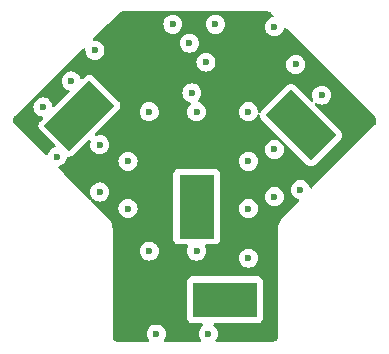
<source format=gbr>
%TF.GenerationSoftware,KiCad,Pcbnew,8.0.7*%
%TF.CreationDate,2025-04-20T00:49:31-04:00*%
%TF.ProjectId,1M_3F,314d5f33-462e-46b6-9963-61645f706362,rev?*%
%TF.SameCoordinates,Original*%
%TF.FileFunction,Copper,L2,Inr*%
%TF.FilePolarity,Positive*%
%FSLAX46Y46*%
G04 Gerber Fmt 4.6, Leading zero omitted, Abs format (unit mm)*
G04 Created by KiCad (PCBNEW 8.0.7) date 2025-04-20 00:49:31*
%MOMM*%
%LPD*%
G01*
G04 APERTURE LIST*
G04 Aperture macros list*
%AMRotRect*
0 Rectangle, with rotation*
0 The origin of the aperture is its center*
0 $1 length*
0 $2 width*
0 $3 Rotation angle, in degrees counterclockwise*
0 Add horizontal line*
21,1,$1,$2,0,0,$3*%
G04 Aperture macros list end*
%TA.AperFunction,ComponentPad*%
%ADD10RotRect,5.400000X3.000000X135.000000*%
%TD*%
%TA.AperFunction,ComponentPad*%
%ADD11RotRect,5.400000X3.000000X45.000000*%
%TD*%
%TA.AperFunction,ComponentPad*%
%ADD12RotRect,5.400000X3.000000X225.000000*%
%TD*%
%TA.AperFunction,ComponentPad*%
%ADD13R,3.000000X5.400000*%
%TD*%
%TA.AperFunction,ComponentPad*%
%ADD14R,5.400000X3.000000*%
%TD*%
%TA.AperFunction,ViaPad*%
%ADD15C,0.600000*%
%TD*%
G04 APERTURE END LIST*
D10*
%TO.N,Net-(J1-Pin_1)*%
%TO.C,J2*%
X95715927Y-38771573D03*
D11*
%TO.N,GND*%
X90686630Y-42934664D03*
%TD*%
D12*
%TO.N,Net-(J1-Pin_1)*%
%TO.C,J4*%
X105297227Y-38697227D03*
D10*
%TO.N,GND*%
X109460318Y-43726524D03*
%TD*%
D13*
%TO.N,Net-(J1-Pin_1)*%
%TO.C,J3*%
X96512500Y-57912500D03*
D14*
%TO.N,GND*%
X103012500Y-58525000D03*
%TD*%
%TO.N,Net-(J1-Pin_1)*%
%TO.C,J1*%
X100000000Y-45137500D03*
D13*
%TO.N,GND*%
X100612500Y-50637500D03*
%TD*%
D15*
%TO.N,GND*%
X111200000Y-41200000D03*
X100200000Y-41000000D03*
X92000000Y-37400000D03*
X100000000Y-36800000D03*
X88800000Y-46400000D03*
X107200000Y-49800000D03*
X94800000Y-46800000D03*
X97200000Y-61400000D03*
X98600000Y-35200000D03*
X87600000Y-42200000D03*
X105000000Y-42600000D03*
X109000000Y-38600000D03*
X107200000Y-35400000D03*
X100600000Y-42600000D03*
X101600000Y-61400000D03*
X105000000Y-50800000D03*
X105000000Y-55000000D03*
X100600000Y-54400000D03*
X101400000Y-38400000D03*
X90000000Y-40000000D03*
X96600000Y-54400000D03*
X102200000Y-35200000D03*
X92400000Y-45400000D03*
X109400000Y-49200000D03*
X105000000Y-46800000D03*
X96600000Y-42600000D03*
X107200000Y-45800000D03*
X92400000Y-49400000D03*
X94800000Y-50800000D03*
%TO.N,Net-(J1-Pin_1)*%
X98200000Y-36800000D03*
X110600000Y-39200000D03*
X102600000Y-54400000D03*
X90400000Y-47000000D03*
X94800000Y-44600000D03*
X90600000Y-38400000D03*
X95200000Y-61600000D03*
X94800000Y-42600000D03*
X92400000Y-47400000D03*
X105000000Y-52800000D03*
X103600000Y-61400000D03*
X94800000Y-48800000D03*
X98600000Y-54400000D03*
X96800000Y-35200000D03*
X98600000Y-42600000D03*
X110000000Y-47600000D03*
X99600000Y-61600000D03*
X105000000Y-44600000D03*
X100400000Y-35200000D03*
X94800000Y-52800000D03*
X102200000Y-41000000D03*
X99600000Y-38400000D03*
X102000000Y-36800000D03*
X102600000Y-42600000D03*
X105000000Y-48800000D03*
X93000000Y-36000000D03*
X107200000Y-47800000D03*
X98400000Y-41000000D03*
X88200000Y-40600000D03*
X112800000Y-41800000D03*
%TD*%
%TA.AperFunction,Conductor*%
%TO.N,Net-(J1-Pin_1)*%
G36*
X106519901Y-34100501D02*
G01*
X106579701Y-34100500D01*
X106591854Y-34101097D01*
X106600358Y-34101934D01*
X106671080Y-34108899D01*
X106694909Y-34113639D01*
X106765241Y-34134975D01*
X106787692Y-34144276D01*
X106852496Y-34178917D01*
X106872707Y-34192423D01*
X106934394Y-34243052D01*
X106943407Y-34251221D01*
X106945613Y-34253427D01*
X106945617Y-34253436D01*
X106945620Y-34253434D01*
X106991371Y-34299192D01*
X106991426Y-34299240D01*
X107095777Y-34403591D01*
X107129262Y-34464914D01*
X107124278Y-34534606D01*
X107082406Y-34590539D01*
X107027366Y-34612358D01*
X107027532Y-34613083D01*
X107022833Y-34614155D01*
X107021984Y-34614492D01*
X107020747Y-34614631D01*
X107020745Y-34614631D01*
X106850476Y-34674211D01*
X106697737Y-34770184D01*
X106570184Y-34897737D01*
X106474211Y-35050476D01*
X106414631Y-35220745D01*
X106414630Y-35220750D01*
X106394435Y-35399996D01*
X106394435Y-35400003D01*
X106414630Y-35579249D01*
X106414631Y-35579254D01*
X106474211Y-35749523D01*
X106524662Y-35829815D01*
X106570184Y-35902262D01*
X106697738Y-36029816D01*
X106850478Y-36125789D01*
X106977352Y-36170184D01*
X107020745Y-36185368D01*
X107020750Y-36185369D01*
X107199996Y-36205565D01*
X107200000Y-36205565D01*
X107200004Y-36205565D01*
X107379249Y-36185369D01*
X107379252Y-36185368D01*
X107379255Y-36185368D01*
X107549522Y-36125789D01*
X107702262Y-36029816D01*
X107829816Y-35902262D01*
X107925789Y-35749522D01*
X107985368Y-35579255D01*
X107985506Y-35578029D01*
X107985816Y-35577290D01*
X107986917Y-35572468D01*
X107987761Y-35572660D01*
X108012565Y-35513615D01*
X108070156Y-35474054D01*
X108139993Y-35471910D01*
X108196408Y-35504222D01*
X115688083Y-42995897D01*
X115697318Y-43006226D01*
X115708671Y-43020451D01*
X115753831Y-43077032D01*
X115768569Y-43100445D01*
X115782437Y-43129154D01*
X115804937Y-43175730D01*
X115814117Y-43201830D01*
X115832886Y-43283302D01*
X115836051Y-43310788D01*
X115836288Y-43394398D01*
X115833279Y-43421901D01*
X115814972Y-43503478D01*
X115805940Y-43529629D01*
X115770002Y-43605114D01*
X115755397Y-43628611D01*
X115699243Y-43699793D01*
X115690067Y-43710175D01*
X115645700Y-43755049D01*
X115645693Y-43755056D01*
X110391427Y-49069371D01*
X110330295Y-49103203D01*
X110260576Y-49098615D01*
X110204406Y-49057062D01*
X110186207Y-49023143D01*
X110125789Y-48850478D01*
X110029815Y-48697737D01*
X109902262Y-48570184D01*
X109749523Y-48474211D01*
X109579254Y-48414631D01*
X109579249Y-48414630D01*
X109400004Y-48394435D01*
X109399996Y-48394435D01*
X109220750Y-48414630D01*
X109220745Y-48414631D01*
X109050476Y-48474211D01*
X108897737Y-48570184D01*
X108770184Y-48697737D01*
X108674211Y-48850476D01*
X108614631Y-49020745D01*
X108614630Y-49020750D01*
X108594435Y-49199996D01*
X108594435Y-49200003D01*
X108614630Y-49379249D01*
X108614631Y-49379254D01*
X108674211Y-49549523D01*
X108770184Y-49702262D01*
X108897738Y-49829816D01*
X109050478Y-49925789D01*
X109168098Y-49966946D01*
X109227318Y-49987668D01*
X109226813Y-49989109D01*
X109280676Y-50019230D01*
X109313540Y-50080889D01*
X109307852Y-50150526D01*
X109280292Y-50193204D01*
X108503124Y-50979255D01*
X107934381Y-51554498D01*
X107922206Y-51566812D01*
X107922164Y-51566854D01*
X107864305Y-51625317D01*
X107864299Y-51625324D01*
X107746166Y-51780793D01*
X107746164Y-51780797D01*
X107649164Y-51950281D01*
X107649164Y-51950282D01*
X107574949Y-52130897D01*
X107524762Y-52319611D01*
X107524759Y-52319627D01*
X107499455Y-52513240D01*
X107499453Y-52513256D01*
X107499500Y-52610882D01*
X107499500Y-52610943D01*
X107499499Y-52686763D01*
X107499500Y-52686776D01*
X107499500Y-61593038D01*
X107498720Y-61606923D01*
X107488540Y-61697264D01*
X107482362Y-61724333D01*
X107454648Y-61803537D01*
X107442600Y-61828555D01*
X107397957Y-61899604D01*
X107380644Y-61921313D01*
X107321313Y-61980644D01*
X107299604Y-61997957D01*
X107228555Y-62042600D01*
X107203537Y-62054648D01*
X107124333Y-62082362D01*
X107097264Y-62088540D01*
X107017075Y-62097576D01*
X107006921Y-62098720D01*
X106993038Y-62099500D01*
X102330012Y-62099500D01*
X102262973Y-62079815D01*
X102217218Y-62027011D01*
X102207274Y-61957853D01*
X102228194Y-61909467D01*
X102226111Y-61908158D01*
X102276129Y-61828555D01*
X102325789Y-61749522D01*
X102385368Y-61579255D01*
X102405565Y-61400000D01*
X102385368Y-61220745D01*
X102325789Y-61050478D01*
X102229816Y-60897738D01*
X102102262Y-60770184D01*
X102102260Y-60770182D01*
X102077289Y-60754492D01*
X102030998Y-60702157D01*
X102020351Y-60633104D01*
X102048726Y-60569256D01*
X102107116Y-60530884D01*
X102143257Y-60525499D01*
X105760372Y-60525499D01*
X105819983Y-60519091D01*
X105954831Y-60468796D01*
X106070046Y-60382546D01*
X106156296Y-60267331D01*
X106206591Y-60132483D01*
X106213000Y-60072873D01*
X106212999Y-56977128D01*
X106206591Y-56917517D01*
X106156296Y-56782669D01*
X106156295Y-56782668D01*
X106156293Y-56782664D01*
X106070047Y-56667455D01*
X106070044Y-56667452D01*
X105954835Y-56581206D01*
X105954828Y-56581202D01*
X105819982Y-56530908D01*
X105819983Y-56530908D01*
X105760383Y-56524501D01*
X105760381Y-56524500D01*
X105760373Y-56524500D01*
X105760364Y-56524500D01*
X100264629Y-56524500D01*
X100264623Y-56524501D01*
X100205016Y-56530908D01*
X100070171Y-56581202D01*
X100070164Y-56581206D01*
X99954955Y-56667452D01*
X99954952Y-56667455D01*
X99868706Y-56782664D01*
X99868702Y-56782671D01*
X99818408Y-56917517D01*
X99812001Y-56977116D01*
X99812001Y-56977123D01*
X99812000Y-56977135D01*
X99812000Y-60072870D01*
X99812001Y-60072876D01*
X99818408Y-60132483D01*
X99868702Y-60267328D01*
X99868706Y-60267335D01*
X99954952Y-60382544D01*
X99954955Y-60382547D01*
X100070164Y-60468793D01*
X100070171Y-60468797D01*
X100205017Y-60519091D01*
X100205016Y-60519091D01*
X100211944Y-60519835D01*
X100264627Y-60525500D01*
X101056738Y-60525499D01*
X101123775Y-60545183D01*
X101169530Y-60597987D01*
X101179474Y-60667146D01*
X101150449Y-60730702D01*
X101122712Y-60754490D01*
X101097742Y-60770180D01*
X101097737Y-60770184D01*
X100970184Y-60897737D01*
X100874211Y-61050476D01*
X100814631Y-61220745D01*
X100814630Y-61220750D01*
X100794435Y-61399996D01*
X100794435Y-61400003D01*
X100814630Y-61579249D01*
X100814631Y-61579254D01*
X100874211Y-61749523D01*
X100973889Y-61908158D01*
X100971590Y-61909602D01*
X100993341Y-61962849D01*
X100980599Y-62031547D01*
X100932739Y-62082450D01*
X100869988Y-62099500D01*
X97930012Y-62099500D01*
X97862973Y-62079815D01*
X97817218Y-62027011D01*
X97807274Y-61957853D01*
X97828194Y-61909467D01*
X97826111Y-61908158D01*
X97876129Y-61828555D01*
X97925789Y-61749522D01*
X97985368Y-61579255D01*
X98005565Y-61400000D01*
X97985368Y-61220745D01*
X97925789Y-61050478D01*
X97829816Y-60897738D01*
X97702262Y-60770184D01*
X97702256Y-60770180D01*
X97549523Y-60674211D01*
X97379254Y-60614631D01*
X97379249Y-60614630D01*
X97200004Y-60594435D01*
X97199996Y-60594435D01*
X97020750Y-60614630D01*
X97020745Y-60614631D01*
X96850476Y-60674211D01*
X96697737Y-60770184D01*
X96570184Y-60897737D01*
X96474211Y-61050476D01*
X96414631Y-61220745D01*
X96414630Y-61220750D01*
X96394435Y-61399996D01*
X96394435Y-61400003D01*
X96414630Y-61579249D01*
X96414631Y-61579254D01*
X96474211Y-61749523D01*
X96573889Y-61908158D01*
X96571590Y-61909602D01*
X96593341Y-61962849D01*
X96580599Y-62031547D01*
X96532739Y-62082450D01*
X96469988Y-62099500D01*
X94006962Y-62099500D01*
X93993078Y-62098720D01*
X93980553Y-62097308D01*
X93902735Y-62088540D01*
X93875666Y-62082362D01*
X93796462Y-62054648D01*
X93771444Y-62042600D01*
X93700395Y-61997957D01*
X93678686Y-61980644D01*
X93619355Y-61921313D01*
X93602042Y-61899604D01*
X93557399Y-61828555D01*
X93545351Y-61803537D01*
X93517637Y-61724333D01*
X93511459Y-61697263D01*
X93501280Y-61606922D01*
X93500500Y-61593038D01*
X93500500Y-54399996D01*
X95794435Y-54399996D01*
X95794435Y-54400003D01*
X95814630Y-54579249D01*
X95814631Y-54579254D01*
X95874211Y-54749523D01*
X95970184Y-54902262D01*
X96097738Y-55029816D01*
X96250478Y-55125789D01*
X96403258Y-55179249D01*
X96420745Y-55185368D01*
X96420750Y-55185369D01*
X96599996Y-55205565D01*
X96600000Y-55205565D01*
X96600004Y-55205565D01*
X96779249Y-55185369D01*
X96779252Y-55185368D01*
X96779255Y-55185368D01*
X96949522Y-55125789D01*
X97102262Y-55029816D01*
X97229816Y-54902262D01*
X97325789Y-54749522D01*
X97385368Y-54579255D01*
X97405565Y-54400000D01*
X97391392Y-54274211D01*
X97385369Y-54220750D01*
X97385368Y-54220745D01*
X97325788Y-54050476D01*
X97269400Y-53960735D01*
X97229816Y-53897738D01*
X97102262Y-53770184D01*
X96949523Y-53674211D01*
X96779254Y-53614631D01*
X96779249Y-53614630D01*
X96600004Y-53594435D01*
X96599996Y-53594435D01*
X96420750Y-53614630D01*
X96420745Y-53614631D01*
X96250476Y-53674211D01*
X96097737Y-53770184D01*
X95970184Y-53897737D01*
X95874211Y-54050476D01*
X95814631Y-54220745D01*
X95814630Y-54220750D01*
X95794435Y-54399996D01*
X93500500Y-54399996D01*
X93500500Y-52543391D01*
X93500509Y-52514603D01*
X93475027Y-52320266D01*
X93424483Y-52130895D01*
X93349735Y-51949707D01*
X93252055Y-51779782D01*
X93252054Y-51779781D01*
X93252052Y-51779777D01*
X93134101Y-51625317D01*
X93133100Y-51624006D01*
X93063982Y-51554532D01*
X93063985Y-51554528D01*
X93063952Y-51554502D01*
X93058724Y-51549244D01*
X93058713Y-51549232D01*
X92313674Y-50799996D01*
X93994435Y-50799996D01*
X93994435Y-50800003D01*
X94014630Y-50979249D01*
X94014631Y-50979254D01*
X94074211Y-51149523D01*
X94170184Y-51302262D01*
X94297738Y-51429816D01*
X94450478Y-51525789D01*
X94532621Y-51554532D01*
X94620745Y-51585368D01*
X94620750Y-51585369D01*
X94799996Y-51605565D01*
X94800000Y-51605565D01*
X94800004Y-51605565D01*
X94979249Y-51585369D01*
X94979252Y-51585368D01*
X94979255Y-51585368D01*
X95149522Y-51525789D01*
X95302262Y-51429816D01*
X95429816Y-51302262D01*
X95525789Y-51149522D01*
X95585368Y-50979255D01*
X95605565Y-50800000D01*
X95585368Y-50620745D01*
X95525789Y-50450478D01*
X95429816Y-50297738D01*
X95302262Y-50170184D01*
X95231608Y-50125789D01*
X95149523Y-50074211D01*
X94979254Y-50014631D01*
X94979249Y-50014630D01*
X94800004Y-49994435D01*
X94799996Y-49994435D01*
X94620750Y-50014630D01*
X94620745Y-50014631D01*
X94450476Y-50074211D01*
X94297737Y-50170184D01*
X94170184Y-50297737D01*
X94074211Y-50450476D01*
X94014631Y-50620745D01*
X94014630Y-50620750D01*
X93994435Y-50799996D01*
X92313674Y-50799996D01*
X91688812Y-50171614D01*
X91655499Y-50110197D01*
X91656159Y-50101317D01*
X91604088Y-50083690D01*
X91587401Y-50069632D01*
X91537281Y-50019230D01*
X90921516Y-49399996D01*
X91594435Y-49399996D01*
X91594435Y-49400003D01*
X91614630Y-49579249D01*
X91614631Y-49579254D01*
X91674211Y-49749523D01*
X91770187Y-49902266D01*
X91772276Y-49904886D01*
X91773097Y-49906898D01*
X91773889Y-49908158D01*
X91773668Y-49908296D01*
X91797611Y-49966946D01*
X91836471Y-49975514D01*
X91864420Y-49996498D01*
X91897738Y-50029816D01*
X92050478Y-50125789D01*
X92220745Y-50185368D01*
X92220750Y-50185369D01*
X92399996Y-50205565D01*
X92400000Y-50205565D01*
X92400004Y-50205565D01*
X92579249Y-50185369D01*
X92579252Y-50185368D01*
X92579255Y-50185368D01*
X92749522Y-50125789D01*
X92902262Y-50029816D01*
X93029816Y-49902262D01*
X93125789Y-49749522D01*
X93185368Y-49579255D01*
X93205565Y-49400000D01*
X93190324Y-49264735D01*
X93185369Y-49220750D01*
X93185368Y-49220745D01*
X93142633Y-49098615D01*
X93125789Y-49050478D01*
X93107106Y-49020745D01*
X93029815Y-48897737D01*
X92902262Y-48770184D01*
X92749523Y-48674211D01*
X92579254Y-48614631D01*
X92579249Y-48614630D01*
X92400004Y-48594435D01*
X92399996Y-48594435D01*
X92220750Y-48614630D01*
X92220745Y-48614631D01*
X92050476Y-48674211D01*
X91897737Y-48770184D01*
X91770184Y-48897737D01*
X91674211Y-49050476D01*
X91614631Y-49220745D01*
X91614630Y-49220750D01*
X91594435Y-49399996D01*
X90921516Y-49399996D01*
X89921589Y-48394435D01*
X89419617Y-47889635D01*
X98612000Y-47889635D01*
X98612000Y-53385370D01*
X98612001Y-53385376D01*
X98618408Y-53444983D01*
X98668702Y-53579828D01*
X98668706Y-53579835D01*
X98754952Y-53695044D01*
X98754955Y-53695047D01*
X98870164Y-53781293D01*
X98870171Y-53781297D01*
X99005017Y-53831591D01*
X99005016Y-53831591D01*
X99011944Y-53832335D01*
X99064627Y-53838000D01*
X99783358Y-53837999D01*
X99850397Y-53857683D01*
X99896152Y-53910487D01*
X99906096Y-53979646D01*
X99888353Y-54027969D01*
X99874211Y-54050475D01*
X99814631Y-54220745D01*
X99814630Y-54220750D01*
X99794435Y-54399996D01*
X99794435Y-54400003D01*
X99814630Y-54579249D01*
X99814631Y-54579254D01*
X99874211Y-54749523D01*
X99970184Y-54902262D01*
X100097738Y-55029816D01*
X100250478Y-55125789D01*
X100403258Y-55179249D01*
X100420745Y-55185368D01*
X100420750Y-55185369D01*
X100599996Y-55205565D01*
X100600000Y-55205565D01*
X100600004Y-55205565D01*
X100779249Y-55185369D01*
X100779252Y-55185368D01*
X100779255Y-55185368D01*
X100949522Y-55125789D01*
X101102262Y-55029816D01*
X101132082Y-54999996D01*
X104194435Y-54999996D01*
X104194435Y-55000003D01*
X104214630Y-55179249D01*
X104214631Y-55179254D01*
X104274211Y-55349523D01*
X104370184Y-55502262D01*
X104497738Y-55629816D01*
X104650478Y-55725789D01*
X104820745Y-55785368D01*
X104820750Y-55785369D01*
X104999996Y-55805565D01*
X105000000Y-55805565D01*
X105000004Y-55805565D01*
X105179249Y-55785369D01*
X105179252Y-55785368D01*
X105179255Y-55785368D01*
X105349522Y-55725789D01*
X105502262Y-55629816D01*
X105629816Y-55502262D01*
X105725789Y-55349522D01*
X105785368Y-55179255D01*
X105791392Y-55125789D01*
X105805565Y-55000003D01*
X105805565Y-54999996D01*
X105785369Y-54820750D01*
X105785368Y-54820745D01*
X105725788Y-54650476D01*
X105629815Y-54497737D01*
X105502262Y-54370184D01*
X105349523Y-54274211D01*
X105179254Y-54214631D01*
X105179249Y-54214630D01*
X105000004Y-54194435D01*
X104999996Y-54194435D01*
X104820750Y-54214630D01*
X104820745Y-54214631D01*
X104650476Y-54274211D01*
X104497737Y-54370184D01*
X104370184Y-54497737D01*
X104274211Y-54650476D01*
X104214631Y-54820745D01*
X104214630Y-54820750D01*
X104194435Y-54999996D01*
X101132082Y-54999996D01*
X101229816Y-54902262D01*
X101325789Y-54749522D01*
X101385368Y-54579255D01*
X101405565Y-54400000D01*
X101391392Y-54274211D01*
X101385369Y-54220750D01*
X101385368Y-54220745D01*
X101325788Y-54050475D01*
X101311648Y-54027972D01*
X101292647Y-53960735D01*
X101313014Y-53893900D01*
X101366282Y-53848685D01*
X101416641Y-53837999D01*
X102160371Y-53837999D01*
X102160372Y-53837999D01*
X102219983Y-53831591D01*
X102354831Y-53781296D01*
X102470046Y-53695046D01*
X102556296Y-53579831D01*
X102606591Y-53444983D01*
X102613000Y-53385373D01*
X102613000Y-50799996D01*
X104194435Y-50799996D01*
X104194435Y-50800003D01*
X104214630Y-50979249D01*
X104214631Y-50979254D01*
X104274211Y-51149523D01*
X104370184Y-51302262D01*
X104497738Y-51429816D01*
X104650478Y-51525789D01*
X104732621Y-51554532D01*
X104820745Y-51585368D01*
X104820750Y-51585369D01*
X104999996Y-51605565D01*
X105000000Y-51605565D01*
X105000004Y-51605565D01*
X105179249Y-51585369D01*
X105179252Y-51585368D01*
X105179255Y-51585368D01*
X105349522Y-51525789D01*
X105502262Y-51429816D01*
X105629816Y-51302262D01*
X105725789Y-51149522D01*
X105785368Y-50979255D01*
X105805565Y-50800000D01*
X105785368Y-50620745D01*
X105725789Y-50450478D01*
X105629816Y-50297738D01*
X105502262Y-50170184D01*
X105431608Y-50125789D01*
X105349523Y-50074211D01*
X105179254Y-50014631D01*
X105179249Y-50014630D01*
X105000004Y-49994435D01*
X104999996Y-49994435D01*
X104820750Y-50014630D01*
X104820745Y-50014631D01*
X104650476Y-50074211D01*
X104497737Y-50170184D01*
X104370184Y-50297737D01*
X104274211Y-50450476D01*
X104214631Y-50620745D01*
X104214630Y-50620750D01*
X104194435Y-50799996D01*
X102613000Y-50799996D01*
X102613000Y-49799996D01*
X106394435Y-49799996D01*
X106394435Y-49800003D01*
X106414630Y-49979249D01*
X106414631Y-49979254D01*
X106474211Y-50149523D01*
X106496735Y-50185369D01*
X106570184Y-50302262D01*
X106697738Y-50429816D01*
X106850478Y-50525789D01*
X107020745Y-50585368D01*
X107020750Y-50585369D01*
X107199996Y-50605565D01*
X107200000Y-50605565D01*
X107200004Y-50605565D01*
X107379249Y-50585369D01*
X107379252Y-50585368D01*
X107379255Y-50585368D01*
X107549522Y-50525789D01*
X107702262Y-50429816D01*
X107829816Y-50302262D01*
X107925789Y-50149522D01*
X107985368Y-49979255D01*
X107991392Y-49925789D01*
X108005565Y-49800003D01*
X108005565Y-49799996D01*
X107985369Y-49620750D01*
X107985368Y-49620745D01*
X107925788Y-49450476D01*
X107829815Y-49297737D01*
X107702262Y-49170184D01*
X107549523Y-49074211D01*
X107379254Y-49014631D01*
X107379249Y-49014630D01*
X107200004Y-48994435D01*
X107199996Y-48994435D01*
X107020750Y-49014630D01*
X107020745Y-49014631D01*
X106850476Y-49074211D01*
X106697737Y-49170184D01*
X106570184Y-49297737D01*
X106474211Y-49450476D01*
X106414631Y-49620745D01*
X106414630Y-49620750D01*
X106394435Y-49799996D01*
X102613000Y-49799996D01*
X102612999Y-47889628D01*
X102606591Y-47830017D01*
X102556296Y-47695169D01*
X102556295Y-47695168D01*
X102556293Y-47695164D01*
X102470047Y-47579955D01*
X102470044Y-47579952D01*
X102354835Y-47493706D01*
X102354828Y-47493702D01*
X102219982Y-47443408D01*
X102219983Y-47443408D01*
X102160383Y-47437001D01*
X102160381Y-47437000D01*
X102160373Y-47437000D01*
X102160364Y-47437000D01*
X99064629Y-47437000D01*
X99064623Y-47437001D01*
X99005016Y-47443408D01*
X98870171Y-47493702D01*
X98870164Y-47493706D01*
X98754955Y-47579952D01*
X98754952Y-47579955D01*
X98668706Y-47695164D01*
X98668702Y-47695171D01*
X98618408Y-47830017D01*
X98612001Y-47889616D01*
X98612001Y-47889623D01*
X98612000Y-47889635D01*
X89419617Y-47889635D01*
X88925061Y-47392292D01*
X88891748Y-47330875D01*
X88896928Y-47261197D01*
X88938957Y-47205382D01*
X88973343Y-47189558D01*
X88972682Y-47187668D01*
X88979255Y-47185368D01*
X89149522Y-47125789D01*
X89302262Y-47029816D01*
X89429816Y-46902262D01*
X89494074Y-46799996D01*
X93994435Y-46799996D01*
X93994435Y-46800003D01*
X94014630Y-46979249D01*
X94014631Y-46979254D01*
X94074211Y-47149523D01*
X94099367Y-47189558D01*
X94170184Y-47302262D01*
X94297738Y-47429816D01*
X94450478Y-47525789D01*
X94605267Y-47579952D01*
X94620745Y-47585368D01*
X94620750Y-47585369D01*
X94799996Y-47605565D01*
X94800000Y-47605565D01*
X94800004Y-47605565D01*
X94979249Y-47585369D01*
X94979252Y-47585368D01*
X94979255Y-47585368D01*
X95149522Y-47525789D01*
X95302262Y-47429816D01*
X95429816Y-47302262D01*
X95525789Y-47149522D01*
X95585368Y-46979255D01*
X95605565Y-46800000D01*
X95605565Y-46799996D01*
X104194435Y-46799996D01*
X104194435Y-46800003D01*
X104214630Y-46979249D01*
X104214631Y-46979254D01*
X104274211Y-47149523D01*
X104299367Y-47189558D01*
X104370184Y-47302262D01*
X104497738Y-47429816D01*
X104650478Y-47525789D01*
X104805267Y-47579952D01*
X104820745Y-47585368D01*
X104820750Y-47585369D01*
X104999996Y-47605565D01*
X105000000Y-47605565D01*
X105000004Y-47605565D01*
X105179249Y-47585369D01*
X105179252Y-47585368D01*
X105179255Y-47585368D01*
X105349522Y-47525789D01*
X105502262Y-47429816D01*
X105629816Y-47302262D01*
X105725789Y-47149522D01*
X105785368Y-46979255D01*
X105805565Y-46800000D01*
X105785368Y-46620745D01*
X105725789Y-46450478D01*
X105719037Y-46439733D01*
X105650017Y-46329888D01*
X105629816Y-46297738D01*
X105502262Y-46170184D01*
X105431608Y-46125789D01*
X105349523Y-46074211D01*
X105179254Y-46014631D01*
X105179249Y-46014630D01*
X105000004Y-45994435D01*
X104999996Y-45994435D01*
X104820750Y-46014630D01*
X104820745Y-46014631D01*
X104650476Y-46074211D01*
X104497737Y-46170184D01*
X104370184Y-46297737D01*
X104274211Y-46450476D01*
X104214631Y-46620745D01*
X104214630Y-46620750D01*
X104194435Y-46799996D01*
X95605565Y-46799996D01*
X95585368Y-46620745D01*
X95525789Y-46450478D01*
X95519037Y-46439733D01*
X95450017Y-46329888D01*
X95429816Y-46297738D01*
X95302262Y-46170184D01*
X95231608Y-46125789D01*
X95149523Y-46074211D01*
X94979254Y-46014631D01*
X94979249Y-46014630D01*
X94800004Y-45994435D01*
X94799996Y-45994435D01*
X94620750Y-46014630D01*
X94620745Y-46014631D01*
X94450476Y-46074211D01*
X94297737Y-46170184D01*
X94170184Y-46297737D01*
X94074211Y-46450476D01*
X94014631Y-46620745D01*
X94014630Y-46620750D01*
X93994435Y-46799996D01*
X89494074Y-46799996D01*
X89525789Y-46749522D01*
X89585368Y-46579255D01*
X89585369Y-46579249D01*
X89593831Y-46504147D01*
X89620897Y-46439733D01*
X89678492Y-46400178D01*
X89734695Y-46395292D01*
X89838102Y-46410159D01*
X89980559Y-46389678D01*
X90111475Y-46329890D01*
X90158157Y-46292271D01*
X91437678Y-45012748D01*
X91499001Y-44979264D01*
X91568693Y-44984248D01*
X91624626Y-45026120D01*
X91649043Y-45091584D01*
X91642401Y-45141384D01*
X91614632Y-45220742D01*
X91614630Y-45220750D01*
X91594435Y-45399996D01*
X91594435Y-45400003D01*
X91614630Y-45579249D01*
X91614631Y-45579254D01*
X91674211Y-45749523D01*
X91705926Y-45799996D01*
X91770184Y-45902262D01*
X91897738Y-46029816D01*
X92050478Y-46125789D01*
X92118306Y-46149523D01*
X92220745Y-46185368D01*
X92220750Y-46185369D01*
X92399996Y-46205565D01*
X92400000Y-46205565D01*
X92400004Y-46205565D01*
X92579249Y-46185369D01*
X92579252Y-46185368D01*
X92579255Y-46185368D01*
X92749522Y-46125789D01*
X92902262Y-46029816D01*
X93029816Y-45902262D01*
X93094074Y-45799996D01*
X106394435Y-45799996D01*
X106394435Y-45800003D01*
X106414630Y-45979249D01*
X106414631Y-45979254D01*
X106474211Y-46149523D01*
X106496735Y-46185369D01*
X106570184Y-46302262D01*
X106697738Y-46429816D01*
X106850478Y-46525789D01*
X107003258Y-46579249D01*
X107020745Y-46585368D01*
X107020750Y-46585369D01*
X107199996Y-46605565D01*
X107200000Y-46605565D01*
X107200004Y-46605565D01*
X107379249Y-46585369D01*
X107379252Y-46585368D01*
X107379255Y-46585368D01*
X107549522Y-46525789D01*
X107702262Y-46429816D01*
X107829816Y-46302262D01*
X107925789Y-46149522D01*
X107985368Y-45979255D01*
X108005565Y-45800000D01*
X107991392Y-45674211D01*
X107985369Y-45620750D01*
X107985368Y-45620745D01*
X107925788Y-45450476D01*
X107829815Y-45297737D01*
X107702262Y-45170184D01*
X107549523Y-45074211D01*
X107379254Y-45014631D01*
X107379249Y-45014630D01*
X107200004Y-44994435D01*
X107199996Y-44994435D01*
X107020750Y-45014630D01*
X107020745Y-45014631D01*
X106850476Y-45074211D01*
X106697737Y-45170184D01*
X106570184Y-45297737D01*
X106474211Y-45450476D01*
X106414631Y-45620745D01*
X106414630Y-45620750D01*
X106394435Y-45799996D01*
X93094074Y-45799996D01*
X93125789Y-45749522D01*
X93185368Y-45579255D01*
X93199878Y-45450476D01*
X93205565Y-45400003D01*
X93205565Y-45399996D01*
X93185369Y-45220750D01*
X93185368Y-45220745D01*
X93157598Y-45141384D01*
X93125789Y-45050478D01*
X93103265Y-45014632D01*
X93029815Y-44897737D01*
X92902262Y-44770184D01*
X92749523Y-44674211D01*
X92579254Y-44614631D01*
X92579249Y-44614630D01*
X92400004Y-44594435D01*
X92399996Y-44594435D01*
X92220750Y-44614630D01*
X92220742Y-44614632D01*
X92141384Y-44642401D01*
X92071605Y-44645962D01*
X92010978Y-44611233D01*
X91978751Y-44549240D01*
X91985156Y-44479664D01*
X92012749Y-44437678D01*
X93028526Y-43421901D01*
X93850430Y-42599996D01*
X95794435Y-42599996D01*
X95794435Y-42600003D01*
X95814630Y-42779249D01*
X95814631Y-42779254D01*
X95874211Y-42949523D01*
X95918780Y-43020453D01*
X95970184Y-43102262D01*
X96097738Y-43229816D01*
X96168765Y-43274445D01*
X96246352Y-43323197D01*
X96250478Y-43325789D01*
X96420745Y-43385368D01*
X96420750Y-43385369D01*
X96599996Y-43405565D01*
X96600000Y-43405565D01*
X96600004Y-43405565D01*
X96779249Y-43385369D01*
X96779252Y-43385368D01*
X96779255Y-43385368D01*
X96949522Y-43325789D01*
X97102262Y-43229816D01*
X97229816Y-43102262D01*
X97325789Y-42949522D01*
X97385368Y-42779255D01*
X97391220Y-42727318D01*
X97405565Y-42600003D01*
X97405565Y-42599996D01*
X97385369Y-42420750D01*
X97385368Y-42420745D01*
X97363941Y-42359510D01*
X97325789Y-42250478D01*
X97312036Y-42228591D01*
X97272921Y-42166339D01*
X97229816Y-42097738D01*
X97102262Y-41970184D01*
X97088212Y-41961356D01*
X96949523Y-41874211D01*
X96779254Y-41814631D01*
X96779249Y-41814630D01*
X96600004Y-41794435D01*
X96599996Y-41794435D01*
X96420750Y-41814630D01*
X96420745Y-41814631D01*
X96250476Y-41874211D01*
X96097737Y-41970184D01*
X95970184Y-42097737D01*
X95874211Y-42250476D01*
X95814631Y-42420745D01*
X95814630Y-42420750D01*
X95794435Y-42599996D01*
X93850430Y-42599996D01*
X94044235Y-42406191D01*
X94081856Y-42359509D01*
X94141644Y-42228593D01*
X94162125Y-42086136D01*
X94141644Y-41943679D01*
X94133473Y-41925788D01*
X94081857Y-41812765D01*
X94081856Y-41812764D01*
X94081856Y-41812763D01*
X94044237Y-41766080D01*
X94044232Y-41766075D01*
X94044228Y-41766070D01*
X93278153Y-40999996D01*
X99394435Y-40999996D01*
X99394435Y-41000003D01*
X99414630Y-41179249D01*
X99414631Y-41179254D01*
X99474211Y-41349523D01*
X99515122Y-41414632D01*
X99570184Y-41502262D01*
X99697738Y-41629816D01*
X99730564Y-41650442D01*
X99805833Y-41697737D01*
X99850478Y-41725789D01*
X100004178Y-41779571D01*
X100027318Y-41787668D01*
X100026373Y-41790367D01*
X100076132Y-41818192D01*
X100108998Y-41879848D01*
X100103313Y-41949486D01*
X100075255Y-41992667D01*
X99970183Y-42097739D01*
X99874211Y-42250476D01*
X99814631Y-42420745D01*
X99814630Y-42420750D01*
X99794435Y-42599996D01*
X99794435Y-42600003D01*
X99814630Y-42779249D01*
X99814631Y-42779254D01*
X99874211Y-42949523D01*
X99918780Y-43020453D01*
X99970184Y-43102262D01*
X100097738Y-43229816D01*
X100168765Y-43274445D01*
X100246352Y-43323197D01*
X100250478Y-43325789D01*
X100420745Y-43385368D01*
X100420750Y-43385369D01*
X100599996Y-43405565D01*
X100600000Y-43405565D01*
X100600004Y-43405565D01*
X100779249Y-43385369D01*
X100779252Y-43385368D01*
X100779255Y-43385368D01*
X100949522Y-43325789D01*
X101102262Y-43229816D01*
X101229816Y-43102262D01*
X101325789Y-42949522D01*
X101385368Y-42779255D01*
X101391220Y-42727318D01*
X101405565Y-42600003D01*
X101405565Y-42599996D01*
X104194435Y-42599996D01*
X104194435Y-42600003D01*
X104214630Y-42779249D01*
X104214631Y-42779254D01*
X104274211Y-42949523D01*
X104318780Y-43020453D01*
X104370184Y-43102262D01*
X104497738Y-43229816D01*
X104568765Y-43274445D01*
X104646352Y-43323197D01*
X104650478Y-43325789D01*
X104820745Y-43385368D01*
X104820750Y-43385369D01*
X104999996Y-43405565D01*
X105000000Y-43405565D01*
X105000004Y-43405565D01*
X105179249Y-43385369D01*
X105179252Y-43385368D01*
X105179255Y-43385368D01*
X105349522Y-43325789D01*
X105502262Y-43229816D01*
X105629816Y-43102262D01*
X105725789Y-42949522D01*
X105734176Y-42925555D01*
X105749099Y-42882905D01*
X105789820Y-42826128D01*
X105854772Y-42800380D01*
X105923334Y-42813836D01*
X105973738Y-42862222D01*
X105988879Y-42906212D01*
X106005303Y-43020451D01*
X106005304Y-43020455D01*
X106065090Y-43151366D01*
X106065093Y-43151371D01*
X106102707Y-43198046D01*
X106102713Y-43198053D01*
X109988781Y-47084120D01*
X109988793Y-47084131D01*
X110035471Y-47121749D01*
X110166386Y-47181537D01*
X110166387Y-47181537D01*
X110166389Y-47181538D01*
X110308846Y-47202019D01*
X110451303Y-47181538D01*
X110582219Y-47121750D01*
X110628902Y-47084131D01*
X112817923Y-44895108D01*
X112855544Y-44848425D01*
X112915332Y-44717509D01*
X112935813Y-44575052D01*
X112915332Y-44432595D01*
X112904546Y-44408978D01*
X112855545Y-44301681D01*
X112855542Y-44301676D01*
X112817928Y-44255001D01*
X112817922Y-44254994D01*
X110655299Y-42092371D01*
X110621814Y-42031048D01*
X110626798Y-41961356D01*
X110668670Y-41905423D01*
X110734134Y-41881006D01*
X110802407Y-41895858D01*
X110808953Y-41899697D01*
X110850475Y-41925788D01*
X111020745Y-41985368D01*
X111020750Y-41985369D01*
X111199996Y-42005565D01*
X111200000Y-42005565D01*
X111200004Y-42005565D01*
X111379249Y-41985369D01*
X111379252Y-41985368D01*
X111379255Y-41985368D01*
X111549522Y-41925789D01*
X111702262Y-41829816D01*
X111829816Y-41702262D01*
X111925789Y-41549522D01*
X111985368Y-41379255D01*
X112005565Y-41200000D01*
X111985368Y-41020745D01*
X111925789Y-40850478D01*
X111907106Y-40820745D01*
X111874225Y-40768414D01*
X111829816Y-40697738D01*
X111702262Y-40570184D01*
X111549523Y-40474211D01*
X111379254Y-40414631D01*
X111379249Y-40414630D01*
X111200004Y-40394435D01*
X111199996Y-40394435D01*
X111020750Y-40414630D01*
X111020745Y-40414631D01*
X110850476Y-40474211D01*
X110697737Y-40570184D01*
X110570184Y-40697737D01*
X110474211Y-40850476D01*
X110414631Y-41020745D01*
X110414630Y-41020750D01*
X110394435Y-41199996D01*
X110394435Y-41200003D01*
X110414630Y-41379249D01*
X110414631Y-41379254D01*
X110474211Y-41549523D01*
X110500303Y-41591048D01*
X110519303Y-41658285D01*
X110498935Y-41725120D01*
X110445667Y-41770334D01*
X110376411Y-41779571D01*
X110313154Y-41749900D01*
X110307628Y-41744701D01*
X108931854Y-40368927D01*
X108931842Y-40368916D01*
X108885164Y-40331298D01*
X108754249Y-40271510D01*
X108754245Y-40271509D01*
X108611790Y-40251029D01*
X108469334Y-40271509D01*
X108469330Y-40271510D01*
X108338419Y-40331296D01*
X108291724Y-40368925D01*
X106102716Y-42557936D01*
X106102707Y-42557946D01*
X106065092Y-42604621D01*
X106042359Y-42654400D01*
X105996603Y-42707203D01*
X105929564Y-42726887D01*
X105862524Y-42707202D01*
X105816770Y-42654397D01*
X105806439Y-42606908D01*
X105806345Y-42606919D01*
X105806240Y-42605993D01*
X105805565Y-42602887D01*
X105805565Y-42599996D01*
X105785369Y-42420750D01*
X105785368Y-42420745D01*
X105763941Y-42359510D01*
X105725789Y-42250478D01*
X105712036Y-42228591D01*
X105672921Y-42166339D01*
X105629816Y-42097738D01*
X105502262Y-41970184D01*
X105488212Y-41961356D01*
X105349523Y-41874211D01*
X105179254Y-41814631D01*
X105179249Y-41814630D01*
X105000004Y-41794435D01*
X104999996Y-41794435D01*
X104820750Y-41814630D01*
X104820745Y-41814631D01*
X104650476Y-41874211D01*
X104497737Y-41970184D01*
X104370184Y-42097737D01*
X104274211Y-42250476D01*
X104214631Y-42420745D01*
X104214630Y-42420750D01*
X104194435Y-42599996D01*
X101405565Y-42599996D01*
X101385369Y-42420750D01*
X101385368Y-42420745D01*
X101363941Y-42359510D01*
X101325789Y-42250478D01*
X101312036Y-42228591D01*
X101272921Y-42166339D01*
X101229816Y-42097738D01*
X101102262Y-41970184D01*
X101088212Y-41961356D01*
X100949523Y-41874211D01*
X100772682Y-41812332D01*
X100773622Y-41809644D01*
X100723814Y-41781754D01*
X100690985Y-41720077D01*
X100696713Y-41650442D01*
X100724741Y-41607336D01*
X100829816Y-41502262D01*
X100925789Y-41349522D01*
X100985368Y-41179255D01*
X101005565Y-41000000D01*
X101002538Y-40973137D01*
X100985369Y-40820750D01*
X100985368Y-40820745D01*
X100972989Y-40785368D01*
X100925789Y-40650478D01*
X100829816Y-40497738D01*
X100702262Y-40370184D01*
X100549523Y-40274211D01*
X100379254Y-40214631D01*
X100379249Y-40214630D01*
X100200004Y-40194435D01*
X100199996Y-40194435D01*
X100020750Y-40214630D01*
X100020745Y-40214631D01*
X99850476Y-40274211D01*
X99697737Y-40370184D01*
X99570184Y-40497737D01*
X99474211Y-40650476D01*
X99414631Y-40820745D01*
X99414630Y-40820750D01*
X99394435Y-40999996D01*
X93278153Y-40999996D01*
X91855217Y-39577062D01*
X91855211Y-39577057D01*
X91855207Y-39577053D01*
X91808531Y-39539437D01*
X91677617Y-39479650D01*
X91677613Y-39479649D01*
X91535158Y-39459169D01*
X91392702Y-39479649D01*
X91392698Y-39479650D01*
X91261787Y-39539436D01*
X91261782Y-39539439D01*
X91215108Y-39577052D01*
X90973137Y-39819022D01*
X90911814Y-39852506D01*
X90842122Y-39847522D01*
X90786189Y-39805650D01*
X90768414Y-39772294D01*
X90725789Y-39650478D01*
X90725788Y-39650476D01*
X90629816Y-39497738D01*
X90502262Y-39370184D01*
X90431608Y-39325789D01*
X90349523Y-39274211D01*
X90179254Y-39214631D01*
X90179249Y-39214630D01*
X90000004Y-39194435D01*
X89999996Y-39194435D01*
X89820750Y-39214630D01*
X89820745Y-39214631D01*
X89650476Y-39274211D01*
X89497737Y-39370184D01*
X89370184Y-39497737D01*
X89274211Y-39650476D01*
X89214631Y-39820745D01*
X89214630Y-39820750D01*
X89194435Y-39999996D01*
X89194435Y-40000003D01*
X89214630Y-40179249D01*
X89214631Y-40179254D01*
X89274211Y-40349523D01*
X89315122Y-40414632D01*
X89370184Y-40502262D01*
X89497738Y-40629816D01*
X89650478Y-40725789D01*
X89772294Y-40768414D01*
X89829070Y-40809136D01*
X89854818Y-40874088D01*
X89841362Y-40942650D01*
X89819021Y-40973137D01*
X88606532Y-42185628D01*
X88545209Y-42219113D01*
X88475518Y-42214129D01*
X88419584Y-42172258D01*
X88395631Y-42111830D01*
X88385369Y-42020750D01*
X88385368Y-42020745D01*
X88336066Y-41879848D01*
X88325789Y-41850478D01*
X88303265Y-41814632D01*
X88272752Y-41766070D01*
X88229816Y-41697738D01*
X88102262Y-41570184D01*
X88069379Y-41549522D01*
X87949523Y-41474211D01*
X87779254Y-41414631D01*
X87779249Y-41414630D01*
X87600004Y-41394435D01*
X87599996Y-41394435D01*
X87420750Y-41414630D01*
X87420745Y-41414631D01*
X87250476Y-41474211D01*
X87097737Y-41570184D01*
X86970184Y-41697737D01*
X86874211Y-41850476D01*
X86814631Y-42020745D01*
X86814630Y-42020750D01*
X86794435Y-42199996D01*
X86794435Y-42200003D01*
X86814630Y-42379249D01*
X86814631Y-42379254D01*
X86874211Y-42549523D01*
X86940108Y-42654397D01*
X86970184Y-42702262D01*
X87097738Y-42829816D01*
X87128465Y-42849123D01*
X87250105Y-42925555D01*
X87250478Y-42925789D01*
X87420745Y-42985368D01*
X87420750Y-42985369D01*
X87511830Y-42995631D01*
X87576244Y-43022697D01*
X87615799Y-43080292D01*
X87617937Y-43150129D01*
X87585628Y-43206532D01*
X87329033Y-43463127D01*
X87329022Y-43463139D01*
X87291404Y-43509817D01*
X87231616Y-43640732D01*
X87231615Y-43640736D01*
X87211135Y-43783192D01*
X87231615Y-43925647D01*
X87231616Y-43925651D01*
X87291402Y-44056562D01*
X87291403Y-44056563D01*
X87291404Y-44056565D01*
X87329023Y-44103248D01*
X87329026Y-44103251D01*
X87329031Y-44103257D01*
X88643924Y-45418148D01*
X88677409Y-45479471D01*
X88672425Y-45549162D01*
X88630554Y-45605096D01*
X88597198Y-45622870D01*
X88450480Y-45674209D01*
X88297737Y-45770184D01*
X88170184Y-45897737D01*
X88074209Y-46050480D01*
X88013754Y-46223250D01*
X87973033Y-46280026D01*
X87908080Y-46305773D01*
X87839518Y-46292317D01*
X87808786Y-46269730D01*
X87762566Y-46223250D01*
X85195253Y-43641472D01*
X85185968Y-43631015D01*
X85129265Y-43559404D01*
X85114519Y-43535729D01*
X85111615Y-43529629D01*
X85078279Y-43459604D01*
X85069201Y-43433239D01*
X85050892Y-43350927D01*
X85047938Y-43323205D01*
X85048491Y-43238894D01*
X85051810Y-43211200D01*
X85071192Y-43129154D01*
X85080615Y-43102904D01*
X85117855Y-43027248D01*
X85132903Y-43003778D01*
X85190911Y-42932460D01*
X85200315Y-42922145D01*
X89815946Y-38399996D01*
X100594435Y-38399996D01*
X100594435Y-38400003D01*
X100614630Y-38579249D01*
X100614631Y-38579254D01*
X100674211Y-38749523D01*
X100770184Y-38902262D01*
X100897738Y-39029816D01*
X101050478Y-39125789D01*
X101220745Y-39185368D01*
X101220750Y-39185369D01*
X101399996Y-39205565D01*
X101400000Y-39205565D01*
X101400004Y-39205565D01*
X101579249Y-39185369D01*
X101579252Y-39185368D01*
X101579255Y-39185368D01*
X101749522Y-39125789D01*
X101902262Y-39029816D01*
X102029816Y-38902262D01*
X102125789Y-38749522D01*
X102178110Y-38599996D01*
X108194435Y-38599996D01*
X108194435Y-38600003D01*
X108214630Y-38779249D01*
X108214631Y-38779254D01*
X108274211Y-38949523D01*
X108324662Y-39029815D01*
X108370184Y-39102262D01*
X108497738Y-39229816D01*
X108650478Y-39325789D01*
X108777352Y-39370184D01*
X108820745Y-39385368D01*
X108820750Y-39385369D01*
X108999996Y-39405565D01*
X109000000Y-39405565D01*
X109000004Y-39405565D01*
X109179249Y-39385369D01*
X109179252Y-39385368D01*
X109179255Y-39385368D01*
X109349522Y-39325789D01*
X109502262Y-39229816D01*
X109629816Y-39102262D01*
X109725789Y-38949522D01*
X109785368Y-38779255D01*
X109805565Y-38600000D01*
X109785368Y-38420745D01*
X109725789Y-38250478D01*
X109707106Y-38220745D01*
X109684878Y-38185368D01*
X109629816Y-38097738D01*
X109502262Y-37970184D01*
X109349523Y-37874211D01*
X109179254Y-37814631D01*
X109179249Y-37814630D01*
X109000004Y-37794435D01*
X108999996Y-37794435D01*
X108820750Y-37814630D01*
X108820745Y-37814631D01*
X108650476Y-37874211D01*
X108497737Y-37970184D01*
X108370184Y-38097737D01*
X108274211Y-38250476D01*
X108214631Y-38420745D01*
X108214630Y-38420750D01*
X108194435Y-38599996D01*
X102178110Y-38599996D01*
X102185368Y-38579255D01*
X102205565Y-38400000D01*
X102188718Y-38250478D01*
X102185369Y-38220750D01*
X102185368Y-38220745D01*
X102142326Y-38097738D01*
X102125789Y-38050478D01*
X102029816Y-37897738D01*
X101902262Y-37770184D01*
X101869379Y-37749522D01*
X101749523Y-37674211D01*
X101579254Y-37614631D01*
X101579249Y-37614630D01*
X101400004Y-37594435D01*
X101399996Y-37594435D01*
X101220750Y-37614630D01*
X101220745Y-37614631D01*
X101050476Y-37674211D01*
X100897737Y-37770184D01*
X100770184Y-37897737D01*
X100674211Y-38050476D01*
X100614631Y-38220745D01*
X100614630Y-38220750D01*
X100594435Y-38399996D01*
X89815946Y-38399996D01*
X90989803Y-37249913D01*
X91051463Y-37217059D01*
X91121100Y-37222757D01*
X91176602Y-37265198D01*
X91200348Y-37330909D01*
X91199801Y-37352370D01*
X91195970Y-37386373D01*
X91194436Y-37399996D01*
X91194435Y-37400002D01*
X91194435Y-37400003D01*
X91214630Y-37579249D01*
X91214631Y-37579254D01*
X91274211Y-37749523D01*
X91315122Y-37814632D01*
X91370184Y-37902262D01*
X91497738Y-38029816D01*
X91588080Y-38086582D01*
X91605833Y-38097737D01*
X91650478Y-38125789D01*
X91820745Y-38185368D01*
X91820750Y-38185369D01*
X91999996Y-38205565D01*
X92000000Y-38205565D01*
X92000004Y-38205565D01*
X92179249Y-38185369D01*
X92179252Y-38185368D01*
X92179255Y-38185368D01*
X92349522Y-38125789D01*
X92502262Y-38029816D01*
X92629816Y-37902262D01*
X92725789Y-37749522D01*
X92785368Y-37579255D01*
X92791392Y-37525789D01*
X92805565Y-37400003D01*
X92805565Y-37399996D01*
X92785369Y-37220750D01*
X92785368Y-37220745D01*
X92725788Y-37050476D01*
X92629815Y-36897737D01*
X92532074Y-36799996D01*
X99194435Y-36799996D01*
X99194435Y-36800003D01*
X99214630Y-36979249D01*
X99214631Y-36979254D01*
X99274211Y-37149523D01*
X99337292Y-37249915D01*
X99370184Y-37302262D01*
X99497738Y-37429816D01*
X99650478Y-37525789D01*
X99803258Y-37579249D01*
X99820745Y-37585368D01*
X99820750Y-37585369D01*
X99999996Y-37605565D01*
X100000000Y-37605565D01*
X100000004Y-37605565D01*
X100179249Y-37585369D01*
X100179252Y-37585368D01*
X100179255Y-37585368D01*
X100349522Y-37525789D01*
X100502262Y-37429816D01*
X100629816Y-37302262D01*
X100725789Y-37149522D01*
X100785368Y-36979255D01*
X100805565Y-36800000D01*
X100791392Y-36674211D01*
X100785369Y-36620750D01*
X100785368Y-36620745D01*
X100756459Y-36538127D01*
X100725789Y-36450478D01*
X100629816Y-36297738D01*
X100502262Y-36170184D01*
X100431608Y-36125789D01*
X100349523Y-36074211D01*
X100179254Y-36014631D01*
X100179249Y-36014630D01*
X100000004Y-35994435D01*
X99999996Y-35994435D01*
X99820750Y-36014630D01*
X99820745Y-36014631D01*
X99650476Y-36074211D01*
X99497737Y-36170184D01*
X99370184Y-36297737D01*
X99274211Y-36450476D01*
X99214631Y-36620745D01*
X99214630Y-36620750D01*
X99194435Y-36799996D01*
X92532074Y-36799996D01*
X92502262Y-36770184D01*
X92349523Y-36674211D01*
X92179254Y-36614631D01*
X92179249Y-36614630D01*
X92000004Y-36594435D01*
X92000003Y-36594435D01*
X92000001Y-36594435D01*
X92000000Y-36594435D01*
X91972504Y-36597533D01*
X91903682Y-36585477D01*
X91852303Y-36538127D01*
X91834680Y-36470516D01*
X91856408Y-36404111D01*
X91871838Y-36385742D01*
X93082095Y-35199996D01*
X97794435Y-35199996D01*
X97794435Y-35200003D01*
X97814630Y-35379249D01*
X97814631Y-35379254D01*
X97874211Y-35549523D01*
X97970184Y-35702262D01*
X98097738Y-35829816D01*
X98250478Y-35925789D01*
X98420745Y-35985368D01*
X98420750Y-35985369D01*
X98599996Y-36005565D01*
X98600000Y-36005565D01*
X98600004Y-36005565D01*
X98779249Y-35985369D01*
X98779252Y-35985368D01*
X98779255Y-35985368D01*
X98949522Y-35925789D01*
X99102262Y-35829816D01*
X99229816Y-35702262D01*
X99325789Y-35549522D01*
X99385368Y-35379255D01*
X99405565Y-35200000D01*
X99405565Y-35199996D01*
X101394435Y-35199996D01*
X101394435Y-35200003D01*
X101414630Y-35379249D01*
X101414631Y-35379254D01*
X101474211Y-35549523D01*
X101570184Y-35702262D01*
X101697738Y-35829816D01*
X101850478Y-35925789D01*
X102020745Y-35985368D01*
X102020750Y-35985369D01*
X102199996Y-36005565D01*
X102200000Y-36005565D01*
X102200004Y-36005565D01*
X102379249Y-35985369D01*
X102379252Y-35985368D01*
X102379255Y-35985368D01*
X102549522Y-35925789D01*
X102702262Y-35829816D01*
X102829816Y-35702262D01*
X102925789Y-35549522D01*
X102985368Y-35379255D01*
X103005565Y-35200000D01*
X102988718Y-35050478D01*
X102985369Y-35020750D01*
X102985368Y-35020745D01*
X102942326Y-34897738D01*
X102925789Y-34850478D01*
X102829816Y-34697738D01*
X102702262Y-34570184D01*
X102645640Y-34534606D01*
X102549523Y-34474211D01*
X102379254Y-34414631D01*
X102379249Y-34414630D01*
X102200004Y-34394435D01*
X102199996Y-34394435D01*
X102020750Y-34414630D01*
X102020745Y-34414631D01*
X101850476Y-34474211D01*
X101697737Y-34570184D01*
X101570184Y-34697737D01*
X101474211Y-34850476D01*
X101414631Y-35020745D01*
X101414630Y-35020750D01*
X101394435Y-35199996D01*
X99405565Y-35199996D01*
X99388718Y-35050478D01*
X99385369Y-35020750D01*
X99385368Y-35020745D01*
X99342326Y-34897738D01*
X99325789Y-34850478D01*
X99229816Y-34697738D01*
X99102262Y-34570184D01*
X99045640Y-34534606D01*
X98949523Y-34474211D01*
X98779254Y-34414631D01*
X98779249Y-34414630D01*
X98600004Y-34394435D01*
X98599996Y-34394435D01*
X98420750Y-34414630D01*
X98420745Y-34414631D01*
X98250476Y-34474211D01*
X98097737Y-34570184D01*
X97970184Y-34697737D01*
X97874211Y-34850476D01*
X97814631Y-35020745D01*
X97814630Y-35020750D01*
X97794435Y-35199996D01*
X93082095Y-35199996D01*
X94054375Y-34247408D01*
X94063317Y-34239460D01*
X94124532Y-34190135D01*
X94144570Y-34176968D01*
X94208776Y-34143177D01*
X94230972Y-34134116D01*
X94300486Y-34113323D01*
X94324012Y-34108707D01*
X94402499Y-34101080D01*
X94414483Y-34100500D01*
X94474109Y-34100502D01*
X94474112Y-34100500D01*
X94482732Y-34100501D01*
X94482761Y-34100500D01*
X106519897Y-34100500D01*
X106519901Y-34100501D01*
G37*
%TD.AperFunction*%
%TD*%
M02*

</source>
